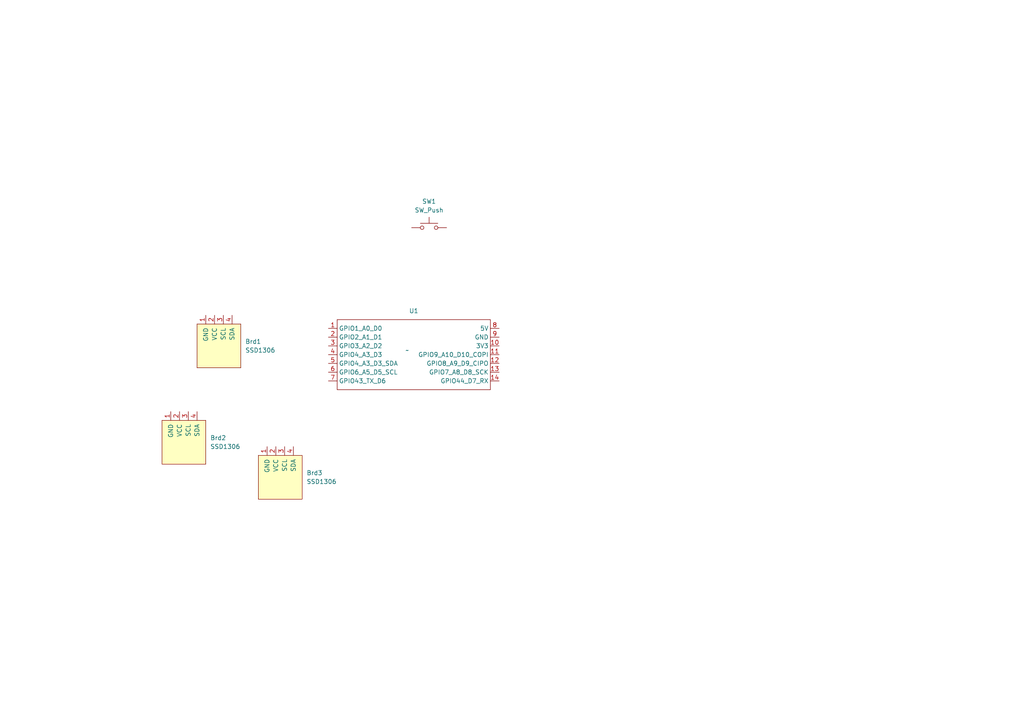
<source format=kicad_sch>
(kicad_sch (version 20230121) (generator eeschema)
  (paper "A4")
  (lib_symbols
    (symbol "SSD1306:SSD1306" (pin_names (offset 1.016))
      (property "Reference" "Brd" (at 0 -3.81 0))
      (property "Value" "SSD1306" (at 0 -1.27 0))
      (symbol "SSD1306_0_1"
        (rectangle (start -6.35 6.35) (end 6.35 -6.35) (fill (type background)))
      )
      (symbol "SSD1306_1_1"
        (pin input line (at -3.81 8.89 270) (length 2.54) (name "GND") (number "1"))
        (pin input line (at -1.27 8.89 270) (length 2.54) (name "VCC") (number "2"))
        (pin input line (at 1.27 8.89 270) (length 2.54) (name "SCL") (number "3"))
        (pin input line (at 3.81 8.89 270) (length 2.54) (name "SDA") (number "4"))
      )
    )
    (symbol "Seeed Studio XIAO ESP32S3:XIAO_ESP32_SENSE"
      (property "Reference" "U" (at 0 0 0))
      (symbol "XIAO_ESP32_SENSE_0_1"
        (polyline (pts (xy -20.32 8.89) (xy -20.32 -11.43) (xy 24.13 -11.43) (xy 24.13 8.89) (xy -20.32 8.89)))
      )
      (symbol "XIAO_ESP32_SENSE_1_1"
        (pin bidirectional line (at -22.86 6.35 0) (length 2.54) (name "GPIO1_A0_D0") (number "1"))
        (pin bidirectional line (at 26.67 1.27 180) (length 2.54) (name "3V3") (number "10"))
        (pin bidirectional line (at 26.67 -1.27 180) (length 2.54) (name "GPIO9_A10_D10_COPI") (number "11"))
        (pin bidirectional line (at 26.67 -3.81 180) (length 2.54) (name "GPIO8_A9_D9_CIPO") (number "12"))
        (pin bidirectional line (at 26.67 -6.35 180) (length 2.54) (name "GPIO7_A8_D8_SCK") (number "13"))
        (pin bidirectional line (at 26.67 -8.89 180) (length 2.54) (name "GPIO44_D7_RX") (number "14"))
        (pin bidirectional line (at -22.86 3.81 0) (length 2.54) (name "GPIO2_A1_D1") (number "2"))
        (pin bidirectional line (at -22.86 1.27 0) (length 2.54) (name "GPIO3_A2_D2") (number "3"))
        (pin bidirectional line (at -22.86 -1.27 0) (length 2.54) (name "GPIO4_A3_D3") (number "4"))
        (pin bidirectional line (at -22.86 -3.81 0) (length 2.54) (name "GPIO4_A3_D3_SDA") (number "5"))
        (pin bidirectional line (at -22.86 -6.35 0) (length 2.54) (name "GPIO6_A5_D5_SCL") (number "6"))
        (pin bidirectional line (at -22.86 -8.89 0) (length 2.54) (name "GPIO43_TX_D6") (number "7"))
        (pin bidirectional line (at 26.67 6.35 180) (length 2.54) (name "5V") (number "8"))
        (pin bidirectional line (at 26.67 3.81 180) (length 2.54) (name "GND") (number "9"))
      )
    )
    (symbol "Switch:SW_Push" (pin_numbers hide) (pin_names (offset 1.016) hide)
      (property "Reference" "SW" (at 1.27 2.54 0))
      (property "Value" "SW_Push" (at 0 -1.524 0))
      (symbol "SW_Push_0_1"
        (circle (center -2.032 0) (radius 0.508))
        (polyline (pts (xy 0 1.27) (xy 0 3.048)))
        (polyline (pts (xy 2.54 1.27) (xy -2.54 1.27)))
        (circle (center 2.032 0) (radius 0.508))
        (pin passive line (at -5.08 0 0) (length 2.54) (name "1") (number "1"))
        (pin passive line (at 5.08 0 180) (length 2.54) (name "2") (number "2"))
      )
    )
  )
  (symbol (lib_id "SSD1306:SSD1306") (at 53.34 128.27 0) (unit 1)
    (property "Reference" "Brd2" (at 60.96 127 0) (effects (justify left)))
    (property "Value" "SSD1306" (at 60.96 129.54 0) (effects (justify left)))
  )
  (symbol (lib_id "SSD1306:SSD1306") (at 63.5 100.33 0) (unit 1)
    (property "Reference" "Brd1" (at 71.12 99.06 0) (effects (justify left)))
    (property "Value" "SSD1306" (at 71.12 101.6 0) (effects (justify left)))
  )
  (symbol (lib_id "Seeed Studio XIAO ESP32S3:XIAO_ESP32_SENSE") (at 118.11 101.6 0) (unit 1)
    (property "Reference" "U1" (at 120.015 90.17 0))
    (property "Value" "~" (at 118.11 101.6 0))
  )
  (symbol (lib_id "SSD1306:SSD1306") (at 81.28 138.43 0) (unit 1)
    (property "Reference" "Brd3" (at 88.9 137.16 0) (effects (justify left)))
    (property "Value" "SSD1306" (at 88.9 139.7 0) (effects (justify left)))
  )
  (symbol (lib_id "Switch:SW_Push") (at 124.46 66.04 0) (unit 1)
    (property "Reference" "SW1" (at 124.46 58.42 0))
    (property "Value" "SW_Push" (at 124.46 60.96 0))
  )
)
</source>
